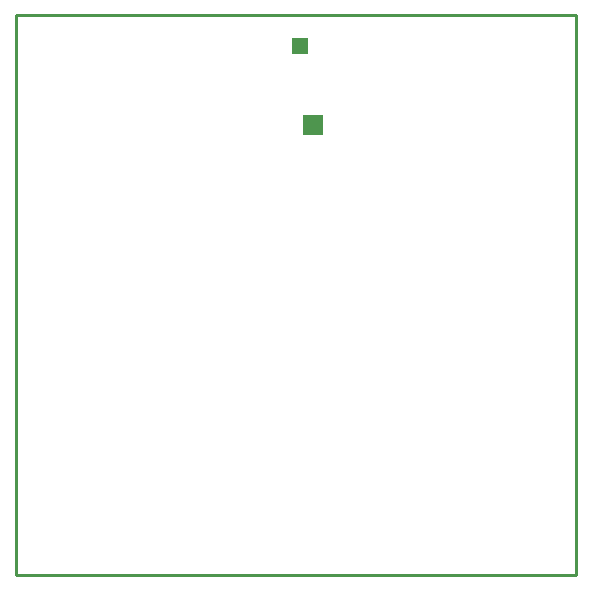
<source format=gko>
%FSAX24Y24*%
%MOIN*%
G70*
G01*
G75*
G04 Layer_Color=16711935*
%ADD10R,0.0177X0.0118*%
%ADD11R,0.0118X0.0177*%
%ADD12O,0.0118X0.0709*%
%ADD13O,0.0709X0.0118*%
%ADD14R,0.0197X0.0925*%
%ADD15R,0.0925X0.0984*%
%ADD16R,0.0591X0.0591*%
%ADD17R,0.0551X0.0433*%
%ADD18R,0.1024X0.0945*%
%ADD19R,0.0433X0.0551*%
%ADD20R,0.0866X0.0787*%
%ADD21R,0.0236X0.0126*%
%ADD22R,0.0126X0.0236*%
%ADD23O,0.0354X0.0118*%
%ADD24O,0.0118X0.0354*%
%ADD25R,0.1024X0.1024*%
%ADD26O,0.0591X0.0236*%
%ADD27C,0.0080*%
%ADD28R,0.0591X0.0591*%
%ADD29C,0.0591*%
%ADD30C,0.0512*%
%ADD31C,0.0240*%
%ADD32C,0.0260*%
%ADD33O,0.0984X0.0276*%
%ADD34C,0.0020*%
%ADD35C,0.0236*%
%ADD36C,0.0098*%
%ADD37C,0.0079*%
%ADD38C,0.0100*%
%ADD39R,0.0257X0.0198*%
%ADD40R,0.0198X0.0257*%
%ADD41O,0.0198X0.0789*%
%ADD42O,0.0789X0.0198*%
%ADD43R,0.0277X0.1005*%
%ADD44R,0.1005X0.1064*%
%ADD45R,0.0671X0.0671*%
%ADD46R,0.0631X0.0513*%
%ADD47R,0.1104X0.1025*%
%ADD48R,0.0513X0.0631*%
%ADD49R,0.0946X0.0867*%
%ADD50R,0.0316X0.0206*%
%ADD51R,0.0206X0.0316*%
%ADD52O,0.0434X0.0198*%
%ADD53O,0.0198X0.0434*%
%ADD54R,0.1104X0.1104*%
%ADD55O,0.0671X0.0316*%
%ADD56R,0.0671X0.0671*%
%ADD57C,0.0671*%
%ADD58C,0.0592*%
%ADD59C,0.0320*%
%ADD60O,0.1064X0.0356*%
%ADD61C,0.0340*%
%ADD62C,0.0039*%
%ADD63C,0.0060*%
%ADD64R,0.0681X0.0685*%
%ADD65R,0.0567X0.0579*%
D38*
X020500Y030500D02*
X039180D01*
Y049180D01*
X020500D02*
X039180D01*
X020500Y030500D02*
Y049180D01*
D64*
X030402Y045505D02*
D03*
D65*
X029973Y048154D02*
D03*
M02*

</source>
